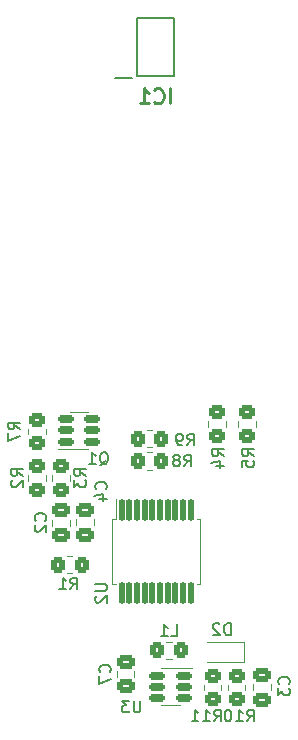
<source format=gbo>
G04 #@! TF.GenerationSoftware,KiCad,Pcbnew,6.0.10*
G04 #@! TF.CreationDate,2023-06-20T13:54:13-05:00*
G04 #@! TF.ProjectId,sensor_sigfox_1,73656e73-6f72-45f7-9369-67666f785f31,rev?*
G04 #@! TF.SameCoordinates,Original*
G04 #@! TF.FileFunction,Legend,Bot*
G04 #@! TF.FilePolarity,Positive*
%FSLAX46Y46*%
G04 Gerber Fmt 4.6, Leading zero omitted, Abs format (unit mm)*
G04 Created by KiCad (PCBNEW 6.0.10) date 2023-06-20 13:54:13*
%MOMM*%
%LPD*%
G01*
G04 APERTURE LIST*
G04 Aperture macros list*
%AMRoundRect*
0 Rectangle with rounded corners*
0 $1 Rounding radius*
0 $2 $3 $4 $5 $6 $7 $8 $9 X,Y pos of 4 corners*
0 Add a 4 corners polygon primitive as box body*
4,1,4,$2,$3,$4,$5,$6,$7,$8,$9,$2,$3,0*
0 Add four circle primitives for the rounded corners*
1,1,$1+$1,$2,$3*
1,1,$1+$1,$4,$5*
1,1,$1+$1,$6,$7*
1,1,$1+$1,$8,$9*
0 Add four rect primitives between the rounded corners*
20,1,$1+$1,$2,$3,$4,$5,0*
20,1,$1+$1,$4,$5,$6,$7,0*
20,1,$1+$1,$6,$7,$8,$9,0*
20,1,$1+$1,$8,$9,$2,$3,0*%
G04 Aperture macros list end*
%ADD10C,0.150000*%
%ADD11C,0.254000*%
%ADD12C,0.120000*%
%ADD13C,0.200000*%
%ADD14R,1.700000X1.700000*%
%ADD15O,1.700000X1.700000*%
%ADD16R,4.200000X1.350000*%
%ADD17R,1.000000X1.000000*%
%ADD18RoundRect,0.150000X0.512500X0.150000X-0.512500X0.150000X-0.512500X-0.150000X0.512500X-0.150000X0*%
%ADD19RoundRect,0.250000X-0.450000X0.350000X-0.450000X-0.350000X0.450000X-0.350000X0.450000X0.350000X0*%
%ADD20RoundRect,0.250000X-0.350000X-0.450000X0.350000X-0.450000X0.350000X0.450000X-0.350000X0.450000X0*%
%ADD21RoundRect,0.250000X0.450000X-0.350000X0.450000X0.350000X-0.450000X0.350000X-0.450000X-0.350000X0*%
%ADD22R,1.500000X0.650000*%
%ADD23RoundRect,0.150000X-0.512500X-0.150000X0.512500X-0.150000X0.512500X0.150000X-0.512500X0.150000X0*%
%ADD24RoundRect,0.250000X-0.475000X0.337500X-0.475000X-0.337500X0.475000X-0.337500X0.475000X0.337500X0*%
%ADD25RoundRect,0.250000X0.475000X-0.337500X0.475000X0.337500X-0.475000X0.337500X-0.475000X-0.337500X0*%
%ADD26RoundRect,0.250000X0.350000X0.450000X-0.350000X0.450000X-0.350000X-0.450000X0.350000X-0.450000X0*%
%ADD27RoundRect,0.125000X-0.125000X0.825000X-0.125000X-0.825000X0.125000X-0.825000X0.125000X0.825000X0*%
%ADD28RoundRect,0.250000X0.325000X0.450000X-0.325000X0.450000X-0.325000X-0.450000X0.325000X-0.450000X0*%
G04 APERTURE END LIST*
D10*
X133101095Y-88645380D02*
X133101095Y-87645380D01*
X132863000Y-87645380D01*
X132720142Y-87693000D01*
X132624904Y-87788238D01*
X132577285Y-87883476D01*
X132529666Y-88073952D01*
X132529666Y-88216809D01*
X132577285Y-88407285D01*
X132624904Y-88502523D01*
X132720142Y-88597761D01*
X132863000Y-88645380D01*
X133101095Y-88645380D01*
X132148714Y-87740619D02*
X132101095Y-87693000D01*
X132005857Y-87645380D01*
X131767761Y-87645380D01*
X131672523Y-87693000D01*
X131624904Y-87740619D01*
X131577285Y-87835857D01*
X131577285Y-87931095D01*
X131624904Y-88073952D01*
X132196333Y-88645380D01*
X131577285Y-88645380D01*
X125475904Y-94194380D02*
X125475904Y-95003904D01*
X125428285Y-95099142D01*
X125380666Y-95146761D01*
X125285428Y-95194380D01*
X125094952Y-95194380D01*
X124999714Y-95146761D01*
X124952095Y-95099142D01*
X124904476Y-95003904D01*
X124904476Y-94194380D01*
X124523523Y-94194380D02*
X123904476Y-94194380D01*
X124237809Y-94575333D01*
X124094952Y-94575333D01*
X123999714Y-94622952D01*
X123952095Y-94670571D01*
X123904476Y-94765809D01*
X123904476Y-95003904D01*
X123952095Y-95099142D01*
X123999714Y-95146761D01*
X124094952Y-95194380D01*
X124380666Y-95194380D01*
X124475904Y-95146761D01*
X124523523Y-95099142D01*
X115515380Y-75160333D02*
X115039190Y-74827000D01*
X115515380Y-74588904D02*
X114515380Y-74588904D01*
X114515380Y-74969857D01*
X114563000Y-75065095D01*
X114610619Y-75112714D01*
X114705857Y-75160333D01*
X114848714Y-75160333D01*
X114943952Y-75112714D01*
X114991571Y-75065095D01*
X115039190Y-74969857D01*
X115039190Y-74588904D01*
X114610619Y-75541285D02*
X114563000Y-75588904D01*
X114515380Y-75684142D01*
X114515380Y-75922238D01*
X114563000Y-76017476D01*
X114610619Y-76065095D01*
X114705857Y-76112714D01*
X114801095Y-76112714D01*
X114943952Y-76065095D01*
X115515380Y-75493666D01*
X115515380Y-76112714D01*
X129452666Y-72588380D02*
X129786000Y-72112190D01*
X130024095Y-72588380D02*
X130024095Y-71588380D01*
X129643142Y-71588380D01*
X129547904Y-71636000D01*
X129500285Y-71683619D01*
X129452666Y-71778857D01*
X129452666Y-71921714D01*
X129500285Y-72016952D01*
X129547904Y-72064571D01*
X129643142Y-72112190D01*
X130024095Y-72112190D01*
X128976476Y-72588380D02*
X128786000Y-72588380D01*
X128690761Y-72540761D01*
X128643142Y-72493142D01*
X128547904Y-72350285D01*
X128500285Y-72159809D01*
X128500285Y-71778857D01*
X128547904Y-71683619D01*
X128595523Y-71636000D01*
X128690761Y-71588380D01*
X128881238Y-71588380D01*
X128976476Y-71636000D01*
X129024095Y-71683619D01*
X129071714Y-71778857D01*
X129071714Y-72016952D01*
X129024095Y-72112190D01*
X128976476Y-72159809D01*
X128881238Y-72207428D01*
X128690761Y-72207428D01*
X128595523Y-72159809D01*
X128547904Y-72112190D01*
X128500285Y-72016952D01*
X134500857Y-95956380D02*
X134834190Y-95480190D01*
X135072285Y-95956380D02*
X135072285Y-94956380D01*
X134691333Y-94956380D01*
X134596095Y-95004000D01*
X134548476Y-95051619D01*
X134500857Y-95146857D01*
X134500857Y-95289714D01*
X134548476Y-95384952D01*
X134596095Y-95432571D01*
X134691333Y-95480190D01*
X135072285Y-95480190D01*
X133548476Y-95956380D02*
X134119904Y-95956380D01*
X133834190Y-95956380D02*
X133834190Y-94956380D01*
X133929428Y-95099238D01*
X134024666Y-95194476D01*
X134119904Y-95242095D01*
X132929428Y-94956380D02*
X132834190Y-94956380D01*
X132738952Y-95004000D01*
X132691333Y-95051619D01*
X132643714Y-95146857D01*
X132596095Y-95337333D01*
X132596095Y-95575428D01*
X132643714Y-95765904D01*
X132691333Y-95861142D01*
X132738952Y-95908761D01*
X132834190Y-95956380D01*
X132929428Y-95956380D01*
X133024666Y-95908761D01*
X133072285Y-95861142D01*
X133119904Y-95765904D01*
X133167523Y-95575428D01*
X133167523Y-95337333D01*
X133119904Y-95146857D01*
X133072285Y-95051619D01*
X133024666Y-95004000D01*
X132929428Y-94956380D01*
D11*
X127985761Y-43627523D02*
X127985761Y-42357523D01*
X126655285Y-43506571D02*
X126715761Y-43567047D01*
X126897190Y-43627523D01*
X127018142Y-43627523D01*
X127199571Y-43567047D01*
X127320523Y-43446095D01*
X127381000Y-43325142D01*
X127441476Y-43083238D01*
X127441476Y-42901809D01*
X127381000Y-42659904D01*
X127320523Y-42538952D01*
X127199571Y-42418000D01*
X127018142Y-42357523D01*
X126897190Y-42357523D01*
X126715761Y-42418000D01*
X126655285Y-42478476D01*
X125445761Y-43627523D02*
X126171476Y-43627523D01*
X125808619Y-43627523D02*
X125808619Y-42357523D01*
X125929571Y-42538952D01*
X126050523Y-42659904D01*
X126171476Y-42720380D01*
D10*
X122015238Y-74260619D02*
X122110476Y-74213000D01*
X122205714Y-74117761D01*
X122348571Y-73974904D01*
X122443809Y-73927285D01*
X122539047Y-73927285D01*
X122491428Y-74165380D02*
X122586666Y-74117761D01*
X122681904Y-74022523D01*
X122729523Y-73832047D01*
X122729523Y-73498714D01*
X122681904Y-73308238D01*
X122586666Y-73213000D01*
X122491428Y-73165380D01*
X122300952Y-73165380D01*
X122205714Y-73213000D01*
X122110476Y-73308238D01*
X122062857Y-73498714D01*
X122062857Y-73832047D01*
X122110476Y-74022523D01*
X122205714Y-74117761D01*
X122300952Y-74165380D01*
X122491428Y-74165380D01*
X121110476Y-74165380D02*
X121681904Y-74165380D01*
X121396190Y-74165380D02*
X121396190Y-73165380D01*
X121491428Y-73308238D01*
X121586666Y-73403476D01*
X121681904Y-73451095D01*
X122892142Y-91759833D02*
X122939761Y-91712214D01*
X122987380Y-91569357D01*
X122987380Y-91474119D01*
X122939761Y-91331261D01*
X122844523Y-91236023D01*
X122749285Y-91188404D01*
X122558809Y-91140785D01*
X122415952Y-91140785D01*
X122225476Y-91188404D01*
X122130238Y-91236023D01*
X122035000Y-91331261D01*
X121987380Y-91474119D01*
X121987380Y-91569357D01*
X122035000Y-91712214D01*
X122082619Y-91759833D01*
X121987380Y-92093166D02*
X121987380Y-92759833D01*
X122987380Y-92331261D01*
X122531142Y-76287333D02*
X122578761Y-76239714D01*
X122626380Y-76096857D01*
X122626380Y-76001619D01*
X122578761Y-75858761D01*
X122483523Y-75763523D01*
X122388285Y-75715904D01*
X122197809Y-75668285D01*
X122054952Y-75668285D01*
X121864476Y-75715904D01*
X121769238Y-75763523D01*
X121674000Y-75858761D01*
X121626380Y-76001619D01*
X121626380Y-76096857D01*
X121674000Y-76239714D01*
X121721619Y-76287333D01*
X121959714Y-77144476D02*
X122626380Y-77144476D01*
X121578761Y-76906380D02*
X122293047Y-76668285D01*
X122293047Y-77287333D01*
X138025142Y-92797333D02*
X138072761Y-92749714D01*
X138120380Y-92606857D01*
X138120380Y-92511619D01*
X138072761Y-92368761D01*
X137977523Y-92273523D01*
X137882285Y-92225904D01*
X137691809Y-92178285D01*
X137548952Y-92178285D01*
X137358476Y-92225904D01*
X137263238Y-92273523D01*
X137168000Y-92368761D01*
X137120380Y-92511619D01*
X137120380Y-92606857D01*
X137168000Y-92749714D01*
X137215619Y-92797333D01*
X137120380Y-93130666D02*
X137120380Y-93749714D01*
X137501333Y-93416380D01*
X137501333Y-93559238D01*
X137548952Y-93654476D01*
X137596571Y-93702095D01*
X137691809Y-93749714D01*
X137929904Y-93749714D01*
X138025142Y-93702095D01*
X138072761Y-93654476D01*
X138120380Y-93559238D01*
X138120380Y-93273523D01*
X138072761Y-93178285D01*
X138025142Y-93130666D01*
X119546666Y-84780380D02*
X119880000Y-84304190D01*
X120118095Y-84780380D02*
X120118095Y-83780380D01*
X119737142Y-83780380D01*
X119641904Y-83828000D01*
X119594285Y-83875619D01*
X119546666Y-83970857D01*
X119546666Y-84113714D01*
X119594285Y-84208952D01*
X119641904Y-84256571D01*
X119737142Y-84304190D01*
X120118095Y-84304190D01*
X118594285Y-84780380D02*
X119165714Y-84780380D01*
X118880000Y-84780380D02*
X118880000Y-83780380D01*
X118975238Y-83923238D01*
X119070476Y-84018476D01*
X119165714Y-84066095D01*
X129198666Y-74366380D02*
X129532000Y-73890190D01*
X129770095Y-74366380D02*
X129770095Y-73366380D01*
X129389142Y-73366380D01*
X129293904Y-73414000D01*
X129246285Y-73461619D01*
X129198666Y-73556857D01*
X129198666Y-73699714D01*
X129246285Y-73794952D01*
X129293904Y-73842571D01*
X129389142Y-73890190D01*
X129770095Y-73890190D01*
X128627238Y-73794952D02*
X128722476Y-73747333D01*
X128770095Y-73699714D01*
X128817714Y-73604476D01*
X128817714Y-73556857D01*
X128770095Y-73461619D01*
X128722476Y-73414000D01*
X128627238Y-73366380D01*
X128436761Y-73366380D01*
X128341523Y-73414000D01*
X128293904Y-73461619D01*
X128246285Y-73556857D01*
X128246285Y-73604476D01*
X128293904Y-73699714D01*
X128341523Y-73747333D01*
X128436761Y-73794952D01*
X128627238Y-73794952D01*
X128722476Y-73842571D01*
X128770095Y-73890190D01*
X128817714Y-73985428D01*
X128817714Y-74175904D01*
X128770095Y-74271142D01*
X128722476Y-74318761D01*
X128627238Y-74366380D01*
X128436761Y-74366380D01*
X128341523Y-74318761D01*
X128293904Y-74271142D01*
X128246285Y-74175904D01*
X128246285Y-73985428D01*
X128293904Y-73890190D01*
X128341523Y-73842571D01*
X128436761Y-73794952D01*
X135072380Y-73493333D02*
X134596190Y-73160000D01*
X135072380Y-72921904D02*
X134072380Y-72921904D01*
X134072380Y-73302857D01*
X134120000Y-73398095D01*
X134167619Y-73445714D01*
X134262857Y-73493333D01*
X134405714Y-73493333D01*
X134500952Y-73445714D01*
X134548571Y-73398095D01*
X134596190Y-73302857D01*
X134596190Y-72921904D01*
X134072380Y-74398095D02*
X134072380Y-73921904D01*
X134548571Y-73874285D01*
X134500952Y-73921904D01*
X134453333Y-74017142D01*
X134453333Y-74255238D01*
X134500952Y-74350476D01*
X134548571Y-74398095D01*
X134643809Y-74445714D01*
X134881904Y-74445714D01*
X134977142Y-74398095D01*
X135024761Y-74350476D01*
X135072380Y-74255238D01*
X135072380Y-74017142D01*
X135024761Y-73921904D01*
X134977142Y-73874285D01*
X120847380Y-75160333D02*
X120371190Y-74827000D01*
X120847380Y-74588904D02*
X119847380Y-74588904D01*
X119847380Y-74969857D01*
X119895000Y-75065095D01*
X119942619Y-75112714D01*
X120037857Y-75160333D01*
X120180714Y-75160333D01*
X120275952Y-75112714D01*
X120323571Y-75065095D01*
X120371190Y-74969857D01*
X120371190Y-74588904D01*
X119847380Y-75493666D02*
X119847380Y-76112714D01*
X120228333Y-75779380D01*
X120228333Y-75922238D01*
X120275952Y-76017476D01*
X120323571Y-76065095D01*
X120418809Y-76112714D01*
X120656904Y-76112714D01*
X120752142Y-76065095D01*
X120799761Y-76017476D01*
X120847380Y-75922238D01*
X120847380Y-75636523D01*
X120799761Y-75541285D01*
X120752142Y-75493666D01*
X115260380Y-71223333D02*
X114784190Y-70890000D01*
X115260380Y-70651904D02*
X114260380Y-70651904D01*
X114260380Y-71032857D01*
X114308000Y-71128095D01*
X114355619Y-71175714D01*
X114450857Y-71223333D01*
X114593714Y-71223333D01*
X114688952Y-71175714D01*
X114736571Y-71128095D01*
X114784190Y-71032857D01*
X114784190Y-70651904D01*
X114260380Y-71556666D02*
X114260380Y-72223333D01*
X115260380Y-71794761D01*
X132532380Y-73493333D02*
X132056190Y-73160000D01*
X132532380Y-72921904D02*
X131532380Y-72921904D01*
X131532380Y-73302857D01*
X131580000Y-73398095D01*
X131627619Y-73445714D01*
X131722857Y-73493333D01*
X131865714Y-73493333D01*
X131960952Y-73445714D01*
X132008571Y-73398095D01*
X132056190Y-73302857D01*
X132056190Y-72921904D01*
X131865714Y-74350476D02*
X132532380Y-74350476D01*
X131484761Y-74112380D02*
X132199047Y-73874285D01*
X132199047Y-74493333D01*
X121626380Y-84328095D02*
X122435904Y-84328095D01*
X122531142Y-84375714D01*
X122578761Y-84423333D01*
X122626380Y-84518571D01*
X122626380Y-84709047D01*
X122578761Y-84804285D01*
X122531142Y-84851904D01*
X122435904Y-84899523D01*
X121626380Y-84899523D01*
X121721619Y-85328095D02*
X121674000Y-85375714D01*
X121626380Y-85470952D01*
X121626380Y-85709047D01*
X121674000Y-85804285D01*
X121721619Y-85851904D01*
X121816857Y-85899523D01*
X121912095Y-85899523D01*
X122054952Y-85851904D01*
X122626380Y-85280476D01*
X122626380Y-85899523D01*
X128055666Y-88718380D02*
X128531857Y-88718380D01*
X128531857Y-87718380D01*
X127198523Y-88718380D02*
X127769952Y-88718380D01*
X127484238Y-88718380D02*
X127484238Y-87718380D01*
X127579476Y-87861238D01*
X127674714Y-87956476D01*
X127769952Y-88004095D01*
X131706857Y-95956380D02*
X132040190Y-95480190D01*
X132278285Y-95956380D02*
X132278285Y-94956380D01*
X131897333Y-94956380D01*
X131802095Y-95004000D01*
X131754476Y-95051619D01*
X131706857Y-95146857D01*
X131706857Y-95289714D01*
X131754476Y-95384952D01*
X131802095Y-95432571D01*
X131897333Y-95480190D01*
X132278285Y-95480190D01*
X130754476Y-95956380D02*
X131325904Y-95956380D01*
X131040190Y-95956380D02*
X131040190Y-94956380D01*
X131135428Y-95099238D01*
X131230666Y-95194476D01*
X131325904Y-95242095D01*
X129802095Y-95956380D02*
X130373523Y-95956380D01*
X130087809Y-95956380D02*
X130087809Y-94956380D01*
X130183047Y-95099238D01*
X130278285Y-95194476D01*
X130373523Y-95242095D01*
X117422142Y-78954333D02*
X117469761Y-78906714D01*
X117517380Y-78763857D01*
X117517380Y-78668619D01*
X117469761Y-78525761D01*
X117374523Y-78430523D01*
X117279285Y-78382904D01*
X117088809Y-78335285D01*
X116945952Y-78335285D01*
X116755476Y-78382904D01*
X116660238Y-78430523D01*
X116565000Y-78525761D01*
X116517380Y-78668619D01*
X116517380Y-78763857D01*
X116565000Y-78906714D01*
X116612619Y-78954333D01*
X116612619Y-79335285D02*
X116565000Y-79382904D01*
X116517380Y-79478142D01*
X116517380Y-79716238D01*
X116565000Y-79811476D01*
X116612619Y-79859095D01*
X116707857Y-79906714D01*
X116803095Y-79906714D01*
X116945952Y-79859095D01*
X117517380Y-79287666D01*
X117517380Y-79906714D01*
D12*
X134263000Y-89193000D02*
X134263000Y-90893000D01*
X134263000Y-90893000D02*
X131113000Y-90893000D01*
X134263000Y-89193000D02*
X131113000Y-89193000D01*
X128030500Y-91465000D02*
X129830500Y-91465000D01*
X128030500Y-91465000D02*
X127230500Y-91465000D01*
X128030500Y-94585000D02*
X128830500Y-94585000D01*
X128030500Y-94585000D02*
X127230500Y-94585000D01*
X115978000Y-75099936D02*
X115978000Y-75554064D01*
X117448000Y-75099936D02*
X117448000Y-75554064D01*
X126026936Y-72744000D02*
X126481064Y-72744000D01*
X126026936Y-71274000D02*
X126481064Y-71274000D01*
X132878000Y-93318064D02*
X132878000Y-92863936D01*
X134348000Y-93318064D02*
X134348000Y-92863936D01*
D13*
X125146000Y-36412000D02*
X125146000Y-41312000D01*
X128346000Y-36412000D02*
X125146000Y-36412000D01*
X128346000Y-41312000D02*
X128346000Y-36412000D01*
X125146000Y-41312000D02*
X128346000Y-41312000D01*
X123296000Y-41442000D02*
X124796000Y-41442000D01*
D12*
X120274500Y-72873000D02*
X118474500Y-72873000D01*
X120274500Y-72873000D02*
X121074500Y-72873000D01*
X120274500Y-69753000D02*
X121074500Y-69753000D01*
X120274500Y-69753000D02*
X119474500Y-69753000D01*
X124950000Y-91665248D02*
X124950000Y-92187752D01*
X123480000Y-91665248D02*
X123480000Y-92187752D01*
X121512000Y-78838248D02*
X121512000Y-79360752D01*
X120042000Y-78838248D02*
X120042000Y-79360752D01*
X136507000Y-93330752D02*
X136507000Y-92808248D01*
X135037000Y-93330752D02*
X135037000Y-92808248D01*
X119718064Y-81942000D02*
X119263936Y-81942000D01*
X119718064Y-83412000D02*
X119263936Y-83412000D01*
X126481064Y-74649000D02*
X126026936Y-74649000D01*
X126481064Y-73179000D02*
X126026936Y-73179000D01*
X135228000Y-70982064D02*
X135228000Y-70527936D01*
X133758000Y-70982064D02*
X133758000Y-70527936D01*
X119480000Y-75554064D02*
X119480000Y-75099936D01*
X118010000Y-75554064D02*
X118010000Y-75099936D01*
X117448000Y-71617064D02*
X117448000Y-71162936D01*
X115978000Y-71617064D02*
X115978000Y-71162936D01*
X132688000Y-70982064D02*
X132688000Y-70527936D01*
X131218000Y-70982064D02*
X131218000Y-70527936D01*
X123092000Y-84350000D02*
X123367000Y-84350000D01*
X130512000Y-81590000D02*
X130512000Y-78830000D01*
X130512000Y-81590000D02*
X130512000Y-84350000D01*
X123092000Y-81590000D02*
X123092000Y-84350000D01*
X123367000Y-78830000D02*
X123367000Y-77140000D01*
X130512000Y-78830000D02*
X130237000Y-78830000D01*
X123092000Y-78830000D02*
X123367000Y-78830000D01*
X130512000Y-84350000D02*
X130237000Y-84350000D01*
X123092000Y-81590000D02*
X123092000Y-78830000D01*
X128150252Y-90626000D02*
X127627748Y-90626000D01*
X128150252Y-89206000D02*
X127627748Y-89206000D01*
X132316000Y-92847936D02*
X132316000Y-93302064D01*
X130846000Y-92847936D02*
X130846000Y-93302064D01*
X118010000Y-78859748D02*
X118010000Y-79382252D01*
X119480000Y-78859748D02*
X119480000Y-79382252D01*
%LPC*%
D14*
X115570000Y-85344000D03*
D15*
X115570000Y-82804000D03*
X115570000Y-80264000D03*
D14*
X117475000Y-93726000D03*
D15*
X117475000Y-91186000D03*
D16*
X139246000Y-79787000D03*
X139246000Y-74137000D03*
D17*
X133613000Y-90043000D03*
X131113000Y-90043000D03*
D18*
X129168000Y-92075000D03*
X129168000Y-93025000D03*
X129168000Y-93975000D03*
X126893000Y-93975000D03*
X126893000Y-93025000D03*
X126893000Y-92075000D03*
D19*
X116713000Y-74327000D03*
X116713000Y-76327000D03*
D20*
X125254000Y-72009000D03*
X127254000Y-72009000D03*
D21*
X133613000Y-94091000D03*
X133613000Y-92091000D03*
D22*
X124046000Y-40767000D03*
X124046000Y-39497000D03*
X124046000Y-38227000D03*
X124046000Y-36957000D03*
X129446000Y-36957000D03*
X129446000Y-38227000D03*
X129446000Y-39497000D03*
X129446000Y-40767000D03*
D23*
X119137000Y-72263000D03*
X119137000Y-71313000D03*
X119137000Y-70363000D03*
X121412000Y-70363000D03*
X121412000Y-71313000D03*
X121412000Y-72263000D03*
D24*
X124215000Y-90889000D03*
X124215000Y-92964000D03*
X120777000Y-78062000D03*
X120777000Y-80137000D03*
D25*
X135772000Y-94107000D03*
X135772000Y-92032000D03*
D26*
X120491000Y-82677000D03*
X118491000Y-82677000D03*
X127254000Y-73914000D03*
X125254000Y-73914000D03*
D21*
X134493000Y-71755000D03*
X134493000Y-69755000D03*
X118745000Y-76327000D03*
X118745000Y-74327000D03*
X116713000Y-72390000D03*
X116713000Y-70390000D03*
X131953000Y-71755000D03*
X131953000Y-69755000D03*
D27*
X123877000Y-78090000D03*
X124527000Y-78090000D03*
X125177000Y-78090000D03*
X125827000Y-78090000D03*
X126477000Y-78090000D03*
X127127000Y-78090000D03*
X127777000Y-78090000D03*
X128427000Y-78090000D03*
X129077000Y-78090000D03*
X129727000Y-78090000D03*
X129727000Y-85090000D03*
X129077000Y-85090000D03*
X128427000Y-85090000D03*
X127777000Y-85090000D03*
X127127000Y-85090000D03*
X126477000Y-85090000D03*
X125827000Y-85090000D03*
X125177000Y-85090000D03*
X124527000Y-85090000D03*
X123877000Y-85090000D03*
D28*
X128914000Y-89916000D03*
X126864000Y-89916000D03*
D19*
X131581000Y-92075000D03*
X131581000Y-94075000D03*
D24*
X118745000Y-78083500D03*
X118745000Y-80158500D03*
M02*

</source>
